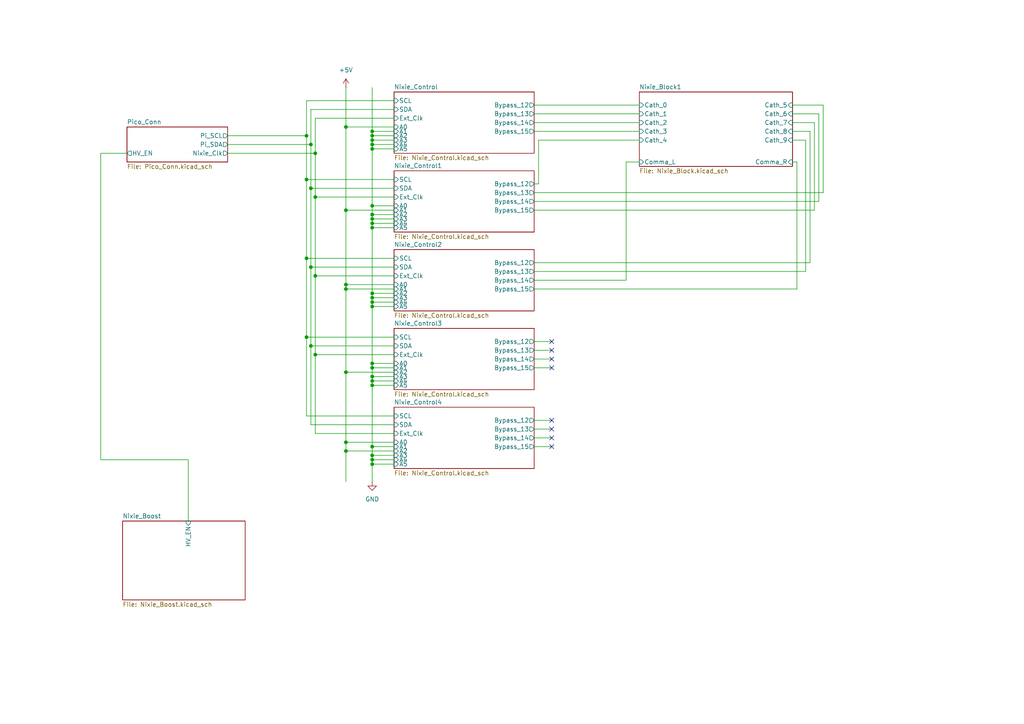
<source format=kicad_sch>
(kicad_sch (version 20231120) (generator "eeschema") (generator_version "8.0")
  (paper "A4")
  (lib_symbols
    (symbol "power:+5V" (power) (pin_numbers hide) (pin_names (offset 0) hide)
      (property "Value" "+5V" (at 0 3.556 0))
      (symbol "+5V_0_1"
        (polyline (pts (xy -0.762 1.27) (xy 0 2.54)))
        (polyline (pts (xy 0 0) (xy 0 2.54)))
        (polyline (pts (xy 0 2.54) (xy 0.762 1.27)))
      )
      (symbol "+5V_1_1"
        (pin power_in line (at 0 0 90) (length 0) (name "~") (number "1"))
      )
    )
    (symbol "power:GND" (power) (pin_numbers hide) (pin_names (offset 0) hide)
      (property "Value" "GND" (at 0 -3.81 0))
      (symbol "GND_0_1"
        (polyline (pts (xy 0 0) (xy 0 -1.27) (xy 1.27 -1.27) (xy 0 -2.54) (xy -1.27 -1.27) (xy 0 -1.27)))
      )
      (symbol "GND_1_1"
        (pin power_in line (at 0 0 270) (length 0) (name "~") (number "1"))
      )
    )
  )
  (junction (at 91.44 44.45))
  (junction (at 90.17 77.47))
  (junction (at 100.33 36.83))
  (junction (at 91.44 80.01))
  (junction (at 91.44 57.15))
  (junction (at 107.95 87.63))
  (junction (at 107.95 110.49))
  (junction (at 107.95 133.35))
  (junction (at 107.95 63.5))
  (junction (at 100.33 83.82))
  (junction (at 90.17 54.61))
  (junction (at 107.95 41.91))
  (junction (at 88.9 39.37))
  (junction (at 107.95 132.08))
  (junction (at 107.95 43.18))
  (junction (at 100.33 128.27))
  (junction (at 88.9 74.93))
  (junction (at 100.33 60.96))
  (junction (at 107.95 38.1))
  (junction (at 107.95 39.37))
  (junction (at 100.33 107.95))
  (junction (at 88.9 52.07))
  (junction (at 107.95 129.54))
  (junction (at 107.95 105.41))
  (junction (at 107.95 85.09))
  (junction (at 107.95 64.77))
  (junction (at 107.95 86.36))
  (junction (at 91.44 102.87))
  (junction (at 88.9 97.79))
  (junction (at 90.17 100.33))
  (junction (at 107.95 106.68))
  (junction (at 107.95 62.23))
  (junction (at 107.95 109.22))
  (junction (at 100.33 82.55))
  (junction (at 107.95 111.76))
  (junction (at 90.17 41.91))
  (junction (at 107.95 88.9))
  (junction (at 107.95 40.64))
  (junction (at 100.33 130.81))
  (junction (at 107.95 134.62))
  (junction (at 107.95 66.04))
  (junction (at 107.95 59.69))
  (no_connect (at 160.02 129.54))
  (no_connect (at 160.02 101.6))
  (no_connect (at 160.02 127))
  (no_connect (at 160.02 104.14))
  (no_connect (at 160.02 121.92))
  (no_connect (at 160.02 99.06))
  (no_connect (at 160.02 124.46))
  (no_connect (at 160.02 106.68))
  (wire (pts (xy 236.22 60.96) (xy 236.22 35.56)))
  (wire (pts (xy 107.95 132.08) (xy 107.95 133.35)))
  (wire (pts (xy 154.94 121.92) (xy 160.02 121.92)))
  (wire (pts (xy 88.9 52.07) (xy 114.3 52.07)))
  (wire (pts (xy 154.94 127) (xy 160.02 127)))
  (wire (pts (xy 237.49 58.42) (xy 154.94 58.42)))
  (wire (pts (xy 231.14 83.82) (xy 231.14 46.99)))
  (wire (pts (xy 107.95 64.77) (xy 107.95 66.04)))
  (wire (pts (xy 100.33 60.96) (xy 114.3 60.96)))
  (wire (pts (xy 90.17 41.91) (xy 90.17 54.61)))
  (wire (pts (xy 231.14 46.99) (xy 229.87 46.99)))
  (wire (pts (xy 238.76 55.88) (xy 238.76 30.48)))
  (wire (pts (xy 185.42 40.64) (xy 156.21 40.64)))
  (wire (pts (xy 154.94 129.54) (xy 160.02 129.54)))
  (wire (pts (xy 91.44 80.01) (xy 91.44 57.15)))
  (wire (pts (xy 114.3 74.93) (xy 88.9 74.93)))
  (wire (pts (xy 107.95 88.9) (xy 107.95 105.41)))
  (wire (pts (xy 114.3 77.47) (xy 90.17 77.47)))
  (wire (pts (xy 100.33 60.96) (xy 100.33 82.55)))
  (wire (pts (xy 107.95 109.22) (xy 114.3 109.22)))
  (wire (pts (xy 181.61 81.28) (xy 181.61 46.99)))
  (wire (pts (xy 114.3 29.21) (xy 88.9 29.21)))
  (wire (pts (xy 107.95 39.37) (xy 114.3 39.37)))
  (wire (pts (xy 154.94 38.1) (xy 185.42 38.1)))
  (wire (pts (xy 107.95 105.41) (xy 114.3 105.41)))
  (wire (pts (xy 107.95 134.62) (xy 107.95 139.7)))
  (wire (pts (xy 107.95 63.5) (xy 107.95 64.77)))
  (wire (pts (xy 66.04 39.37) (xy 88.9 39.37)))
  (wire (pts (xy 107.95 85.09) (xy 107.95 86.36)))
  (wire (pts (xy 154.94 35.56) (xy 185.42 35.56)))
  (wire (pts (xy 66.04 41.91) (xy 90.17 41.91)))
  (wire (pts (xy 29.21 133.35) (xy 54.61 133.35)))
  (wire (pts (xy 107.95 129.54) (xy 107.95 132.08)))
  (wire (pts (xy 234.95 38.1) (xy 234.95 76.2)))
  (wire (pts (xy 154.94 101.6) (xy 160.02 101.6)))
  (wire (pts (xy 114.3 31.75) (xy 90.17 31.75)))
  (wire (pts (xy 154.94 124.46) (xy 160.02 124.46)))
  (wire (pts (xy 107.95 63.5) (xy 114.3 63.5)))
  (wire (pts (xy 91.44 102.87) (xy 91.44 80.01)))
  (wire (pts (xy 107.95 134.62) (xy 114.3 134.62)))
  (wire (pts (xy 154.94 60.96) (xy 236.22 60.96)))
  (wire (pts (xy 100.33 107.95) (xy 114.3 107.95)))
  (wire (pts (xy 88.9 120.65) (xy 88.9 97.79)))
  (wire (pts (xy 107.95 85.09) (xy 114.3 85.09)))
  (wire (pts (xy 100.33 83.82) (xy 114.3 83.82)))
  (wire (pts (xy 229.87 33.02) (xy 237.49 33.02)))
  (wire (pts (xy 90.17 31.75) (xy 90.17 41.91)))
  (wire (pts (xy 154.94 83.82) (xy 231.14 83.82)))
  (wire (pts (xy 107.95 59.69) (xy 114.3 59.69)))
  (wire (pts (xy 107.95 110.49) (xy 114.3 110.49)))
  (wire (pts (xy 107.95 87.63) (xy 114.3 87.63)))
  (wire (pts (xy 154.94 33.02) (xy 185.42 33.02)))
  (wire (pts (xy 107.95 39.37) (xy 107.95 40.64)))
  (wire (pts (xy 29.21 44.45) (xy 29.21 133.35)))
  (wire (pts (xy 90.17 123.19) (xy 90.17 100.33)))
  (wire (pts (xy 54.61 133.35) (xy 54.61 151.13)))
  (wire (pts (xy 100.33 107.95) (xy 100.33 128.27)))
  (wire (pts (xy 107.95 129.54) (xy 114.3 129.54)))
  (wire (pts (xy 107.95 66.04) (xy 107.95 85.09)))
  (wire (pts (xy 100.33 130.81) (xy 100.33 139.7)))
  (wire (pts (xy 107.95 111.76) (xy 114.3 111.76)))
  (wire (pts (xy 107.95 40.64) (xy 114.3 40.64)))
  (wire (pts (xy 156.21 53.34) (xy 154.94 53.34)))
  (wire (pts (xy 100.33 83.82) (xy 100.33 107.95)))
  (wire (pts (xy 100.33 36.83) (xy 100.33 60.96)))
  (wire (pts (xy 234.95 76.2) (xy 154.94 76.2)))
  (wire (pts (xy 107.95 109.22) (xy 107.95 110.49)))
  (wire (pts (xy 233.68 40.64) (xy 229.87 40.64)))
  (wire (pts (xy 154.94 78.74) (xy 233.68 78.74)))
  (wire (pts (xy 107.95 38.1) (xy 107.95 39.37)))
  (wire (pts (xy 107.95 25.4) (xy 107.95 38.1)))
  (wire (pts (xy 107.95 106.68) (xy 107.95 109.22)))
  (wire (pts (xy 107.95 40.64) (xy 107.95 41.91)))
  (wire (pts (xy 114.3 102.87) (xy 91.44 102.87)))
  (wire (pts (xy 107.95 106.68) (xy 114.3 106.68)))
  (wire (pts (xy 88.9 39.37) (xy 88.9 52.07)))
  (wire (pts (xy 107.95 105.41) (xy 107.95 106.68)))
  (wire (pts (xy 107.95 62.23) (xy 107.95 63.5)))
  (wire (pts (xy 90.17 54.61) (xy 90.17 77.47)))
  (wire (pts (xy 107.95 41.91) (xy 107.95 43.18)))
  (wire (pts (xy 107.95 111.76) (xy 107.95 129.54)))
  (wire (pts (xy 100.33 82.55) (xy 114.3 82.55)))
  (wire (pts (xy 107.95 59.69) (xy 107.95 62.23)))
  (wire (pts (xy 107.95 132.08) (xy 114.3 132.08)))
  (wire (pts (xy 107.95 43.18) (xy 107.95 59.69)))
  (wire (pts (xy 107.95 43.18) (xy 114.3 43.18)))
  (wire (pts (xy 114.3 120.65) (xy 88.9 120.65)))
  (wire (pts (xy 114.3 80.01) (xy 91.44 80.01)))
  (wire (pts (xy 100.33 128.27) (xy 114.3 128.27)))
  (wire (pts (xy 107.95 41.91) (xy 114.3 41.91)))
  (wire (pts (xy 107.95 133.35) (xy 114.3 133.35)))
  (wire (pts (xy 107.95 87.63) (xy 107.95 88.9)))
  (wire (pts (xy 107.95 133.35) (xy 107.95 134.62)))
  (wire (pts (xy 233.68 78.74) (xy 233.68 40.64)))
  (wire (pts (xy 229.87 38.1) (xy 234.95 38.1)))
  (wire (pts (xy 154.94 106.68) (xy 160.02 106.68)))
  (wire (pts (xy 107.95 110.49) (xy 107.95 111.76)))
  (wire (pts (xy 181.61 46.99) (xy 185.42 46.99)))
  (wire (pts (xy 154.94 104.14) (xy 160.02 104.14)))
  (wire (pts (xy 88.9 97.79) (xy 88.9 74.93)))
  (wire (pts (xy 238.76 30.48) (xy 229.87 30.48)))
  (wire (pts (xy 107.95 66.04) (xy 114.3 66.04)))
  (wire (pts (xy 114.3 125.73) (xy 91.44 125.73)))
  (wire (pts (xy 36.83 44.45) (xy 29.21 44.45)))
  (wire (pts (xy 114.3 34.29) (xy 91.44 34.29)))
  (wire (pts (xy 154.94 30.48) (xy 185.42 30.48)))
  (wire (pts (xy 107.95 64.77) (xy 114.3 64.77)))
  (wire (pts (xy 100.33 25.4) (xy 100.33 36.83)))
  (wire (pts (xy 100.33 130.81) (xy 114.3 130.81)))
  (wire (pts (xy 237.49 33.02) (xy 237.49 58.42)))
  (wire (pts (xy 91.44 57.15) (xy 114.3 57.15)))
  (wire (pts (xy 100.33 128.27) (xy 100.33 130.81)))
  (wire (pts (xy 114.3 123.19) (xy 90.17 123.19)))
  (wire (pts (xy 91.44 44.45) (xy 91.44 57.15)))
  (wire (pts (xy 107.95 86.36) (xy 107.95 87.63)))
  (wire (pts (xy 107.95 62.23) (xy 114.3 62.23)))
  (wire (pts (xy 100.33 82.55) (xy 100.33 83.82)))
  (wire (pts (xy 107.95 86.36) (xy 114.3 86.36)))
  (wire (pts (xy 66.04 44.45) (xy 91.44 44.45)))
  (wire (pts (xy 236.22 35.56) (xy 229.87 35.56)))
  (wire (pts (xy 156.21 40.64) (xy 156.21 53.34)))
  (wire (pts (xy 100.33 36.83) (xy 114.3 36.83)))
  (wire (pts (xy 90.17 77.47) (xy 90.17 100.33)))
  (wire (pts (xy 107.95 38.1) (xy 114.3 38.1)))
  (wire (pts (xy 91.44 34.29) (xy 91.44 44.45)))
  (wire (pts (xy 154.94 81.28) (xy 181.61 81.28)))
  (wire (pts (xy 114.3 54.61) (xy 90.17 54.61)))
  (wire (pts (xy 154.94 55.88) (xy 238.76 55.88)))
  (wire (pts (xy 88.9 29.21) (xy 88.9 39.37)))
  (wire (pts (xy 154.94 99.06) (xy 160.02 99.06)))
  (wire (pts (xy 114.3 97.79) (xy 88.9 97.79)))
  (wire (pts (xy 88.9 74.93) (xy 88.9 52.07)))
  (wire (pts (xy 107.95 88.9) (xy 114.3 88.9)))
  (wire (pts (xy 90.17 100.33) (xy 114.3 100.33)))
  (wire (pts (xy 91.44 125.73) (xy 91.44 102.87)))
  (symbol (lib_id "power:GND") (at 107.95 139.7 0) (unit 1)
    (property "Reference" "#PWR096" (effects (hide yes)))
    (property "Value" "GND" (at 107.95 144.78 0))
    (property "Description" "Power symbol creates a global label with name \"GND\" , ground" (effects (hide yes)))
  )
  (symbol (lib_id "power:+5V") (at 100.33 25.4 0) (unit 1)
    (property "Reference" "#PWR095" (effects (hide yes)))
    (property "Value" "+5V" (at 100.33 20.32 0))
    (property "Description" "Power symbol creates a global label with name \"+5V\"" (effects (hide yes)))
  )
  (sheet (at 114.3 95.25) (size 40.64 17.78) (stroke (width 0.1524))
    (property "Sheetname" "Nixie_Control3" (at 114.3 94.5384 0) (effects (justify left bottom)))
    (property "Sheetfile" "Nixie_Control.kicad_sch" (at 114.3 113.6146 0) (effects (justify left top)))
    (pin "SCL" input (at 114.3 97.79 180))
    (pin "SDA" input (at 114.3 100.33 180))
    (pin "Bypass_14" output (at 154.94 104.14 0))
    (pin "Bypass_12" output (at 154.94 99.06 0))
    (pin "Bypass_13" output (at 154.94 101.6 0))
    (pin "Bypass_15" output (at 154.94 106.68 0))
    (pin "Ext_Clk" input (at 114.3 102.87 180))
    (pin "A1" input (at 114.3 106.68 180))
    (pin "A0" input (at 114.3 105.41 180))
    (pin "A5" input (at 114.3 111.76 180))
    (pin "A3" input (at 114.3 109.22 180))
    (pin "A2" input (at 114.3 107.95 180))
    (pin "A4" input (at 114.3 110.49 180))
  )
  (sheet (at 185.42 26.67) (size 44.45 21.59) (stroke (width 0.1524))
    (property "Sheetname" "Nixie_Block1" (at 185.42 25.9584 0) (effects (justify left bottom)))
    (property "Sheetfile" "Nixie_Block.kicad_sch" (at 185.42 48.8446 0) (effects (justify left top)))
    (pin "Cath_9" input (at 229.87 40.64 0))
    (pin "Cath_6" input (at 229.87 33.02 0))
    (pin "Cath_8" input (at 229.87 38.1 0))
    (pin "Cath_7" input (at 229.87 35.56 0))
    (pin "Comma_R" input (at 229.87 46.99 0))
    (pin "Cath_0" input (at 185.42 30.48 180))
    (pin "Cath_2" input (at 185.42 35.56 180))
    (pin "Comma_L" input (at 185.42 46.99 180))
    (pin "Cath_1" input (at 185.42 33.02 180))
    (pin "Cath_3" input (at 185.42 38.1 180))
    (pin "Cath_4" input (at 185.42 40.64 180))
    (pin "Cath_5" input (at 229.87 30.48 0))
  )
  (sheet (at 114.3 72.39) (size 40.64 17.78) (stroke (width 0.1524))
    (property "Sheetname" "Nixie_Control2" (at 114.3 71.6784 0) (effects (justify left bottom)))
    (property "Sheetfile" "Nixie_Control.kicad_sch" (at 114.3 90.7546 0) (effects (justify left top)))
    (pin "SCL" input (at 114.3 74.93 180))
    (pin "SDA" input (at 114.3 77.47 180))
    (pin "Bypass_14" output (at 154.94 81.28 0))
    (pin "Bypass_12" output (at 154.94 76.2 0))
    (pin "Bypass_13" output (at 154.94 78.74 0))
    (pin "Bypass_15" output (at 154.94 83.82 0))
    (pin "Ext_Clk" input (at 114.3 80.01 180))
    (pin "A1" input (at 114.3 83.82 180))
    (pin "A0" input (at 114.3 82.55 180))
    (pin "A5" input (at 114.3 88.9 180))
    (pin "A3" input (at 114.3 86.36 180))
    (pin "A2" input (at 114.3 85.09 180))
    (pin "A4" input (at 114.3 87.63 180))
  )
  (sheet (at 114.3 118.11) (size 40.64 17.78) (stroke (width 0.1524))
    (property "Sheetname" "Nixie_Control4" (at 114.3 117.3984 0) (effects (justify left bottom)))
    (property "Sheetfile" "Nixie_Control.kicad_sch" (at 114.3 136.4746 0) (effects (justify left top)))
    (pin "SCL" input (at 114.3 120.65 180))
    (pin "SDA" input (at 114.3 123.19 180))
    (pin "Bypass_14" output (at 154.94 127 0))
    (pin "Bypass_12" output (at 154.94 121.92 0))
    (pin "Bypass_13" output (at 154.94 124.46 0))
    (pin "Bypass_15" output (at 154.94 129.54 0))
    (pin "Ext_Clk" input (at 114.3 125.73 180))
    (pin "A1" input (at 114.3 129.54 180))
    (pin "A0" input (at 114.3 128.27 180))
    (pin "A5" input (at 114.3 134.62 180))
    (pin "A3" input (at 114.3 132.08 180))
    (pin "A2" input (at 114.3 130.81 180))
    (pin "A4" input (at 114.3 133.35 180))
  )
  (sheet (at 114.3 49.53) (size 40.64 17.78) (stroke (width 0.1524))
    (property "Sheetname" "Nixie_Control1" (at 114.3 48.8184 0) (effects (justify left bottom)))
    (property "Sheetfile" "Nixie_Control.kicad_sch" (at 114.3 67.8946 0) (effects (justify left top)))
    (pin "SCL" input (at 114.3 52.07 180))
    (pin "SDA" input (at 114.3 54.61 180))
    (pin "Bypass_14" output (at 154.94 58.42 0))
    (pin "Bypass_12" output (at 154.94 53.34 0))
    (pin "Bypass_13" output (at 154.94 55.88 0))
    (pin "Bypass_15" output (at 154.94 60.96 0))
    (pin "Ext_Clk" input (at 114.3 57.15 180))
    (pin "A1" input (at 114.3 60.96 180))
    (pin "A0" input (at 114.3 59.69 180))
    (pin "A5" input (at 114.3 66.04 180))
    (pin "A3" input (at 114.3 63.5 180))
    (pin "A2" input (at 114.3 62.23 180))
    (pin "A4" input (at 114.3 64.77 180))
  )
  (sheet (at 36.83 36.83) (size 29.21 10.16) (stroke (width 0.1524))
    (property "Sheetname" "Pico_Conn" (at 36.83 36.1184 0) (effects (justify left bottom)))
    (property "Sheetfile" "Pico_Conn.kicad_sch" (at 36.83 47.5746 0) (effects (justify left top)))
    (pin "Pi_SCL" output (at 66.04 39.37 0))
    (pin "Pi_SDA" output (at 66.04 41.91 0))
    (pin "Nixie_Clk" output (at 66.04 44.45 0))
    (pin "HV_EN" output (at 36.83 44.45 180))
  )
  (sheet (at 35.56 151.13) (size 35.56 22.86) (stroke (width 0.1524))
    (property "Sheetname" "Nixie_Boost" (at 35.56 150.4184 0) (effects (justify left bottom)))
    (property "Sheetfile" "Nixie_Boost.kicad_sch" (at 35.56 174.5746 0) (effects (justify left top)))
    (pin "HV_EN" input (at 54.61 151.13 90))
  )
  (sheet (at 114.3 26.67) (size 40.64 17.78) (stroke (width 0.1524))
    (property "Sheetname" "Nixie_Control" (at 114.3 25.9584 0) (effects (justify left bottom)))
    (property "Sheetfile" "Nixie_Control.kicad_sch" (at 114.3 45.0346 0) (effects (justify left top)))
    (pin "SCL" input (at 114.3 29.21 180))
    (pin "SDA" input (at 114.3 31.75 180))
    (pin "Bypass_14" output (at 154.94 35.56 0))
    (pin "Bypass_12" output (at 154.94 30.48 0))
    (pin "Bypass_13" output (at 154.94 33.02 0))
    (pin "Bypass_15" output (at 154.94 38.1 0))
    (pin "Ext_Clk" input (at 114.3 34.29 180))
    (pin "A1" input (at 114.3 38.1 180))
    (pin "A0" input (at 114.3 36.83 180))
    (pin "A5" input (at 114.3 43.18 180))
    (pin "A3" input (at 114.3 40.64 180))
    (pin "A2" input (at 114.3 39.37 180))
    (pin "A4" input (at 114.3 41.91 180))
  )
)
</source>
